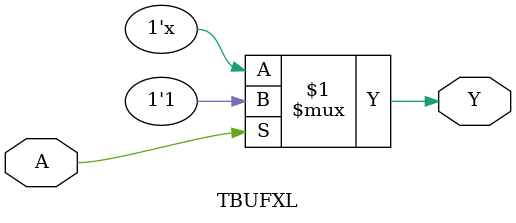
<source format=v>
`timescale 1ns/10ps
`celldefine
module TBUFXL (Y, A);
	output Y;
	input A;

	// Function
	bufif1 (Y, 1'b1, A);

	// Timing
	specify
		(A => Y) = 0;
		(negedge A => (Y:1)) = 0;
	endspecify
endmodule
`endcelldefine


</source>
